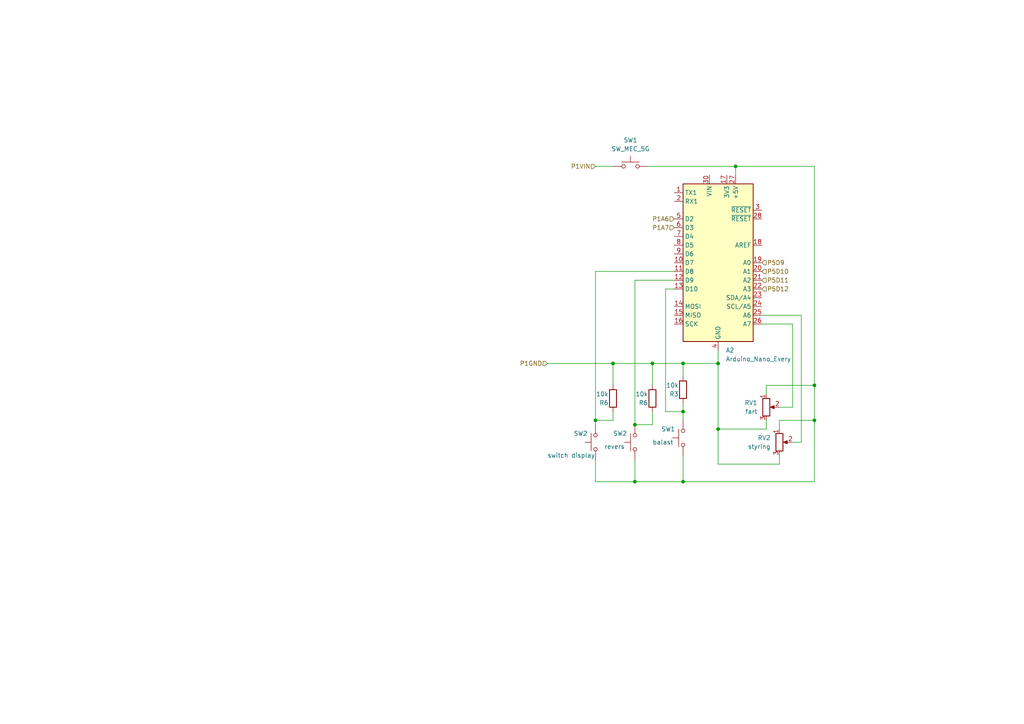
<source format=kicad_sch>
(kicad_sch (version 20230121) (generator eeschema)
  (paper "A4")
  (lib_symbols
    (symbol "Device:R" (pin_numbers hide) (pin_names (offset 0))
      (property "Reference" "R" (at 2.032 0 90))
      (property "Value" "R" (at 0 0 90))
      (symbol "R_0_1"
        (rectangle (start -1.016 -2.54) (end 1.016 2.54) (stroke (width 0.254)))
      )
      (symbol "R_1_1"
        (pin passive line (at 0 3.81 270) (length 1.27) (name "~") (number "1"))
        (pin passive line (at 0 -3.81 90) (length 1.27) (name "~") (number "2"))
      )
    )
    (symbol "Device:R_Potentiometer" (pin_names (offset 1.016) hide)
      (property "Reference" "RV" (at -4.445 0 90))
      (property "Value" "R_Potentiometer" (at -2.54 0 90))
      (symbol "R_Potentiometer_0_1"
        (polyline (pts (xy 2.54 0) (xy 1.524 0)))
        (polyline (pts (xy 1.143 0) (xy 2.286 0.508) (xy 2.286 -0.508) (xy 1.143 0)) (fill (type outline)))
        (rectangle (start 1.016 2.54) (end -1.016 -2.54) (stroke (width 0.254)))
      )
      (symbol "R_Potentiometer_1_1"
        (pin passive line (at 0 3.81 270) (length 1.27) (name "1") (number "1"))
        (pin passive line (at 3.81 0 180) (length 1.27) (name "2") (number "2"))
        (pin passive line (at 0 -3.81 90) (length 1.27) (name "3") (number "3"))
      )
    )
    (symbol "MCU_Module:Arduino_Nano_Every"
      (property "Reference" "A" (at -10.16 23.495 0))
      (property "Value" "Arduino_Nano_Every" (at 5.08 -24.13 0))
      (symbol "Arduino_Nano_Every_0_1"
        (rectangle (start -10.16 22.86) (end 10.16 -22.86) (stroke (width 0.254)) (fill (type background)))
      )
      (symbol "Arduino_Nano_Every_1_1"
        (pin bidirectional line (at -12.7 20.32 0) (length 2.54) (name "TX1") (number "1"))
        (pin bidirectional line (at -12.7 0 0) (length 2.54) (name "D7") (number "10"))
        (pin bidirectional line (at -12.7 -2.54 0) (length 2.54) (name "D8") (number "11"))
        (pin bidirectional line (at -12.7 -5.08 0) (length 2.54) (name "D9") (number "12"))
        (pin bidirectional line (at -12.7 -7.62 0) (length 2.54) (name "D10") (number "13"))
        (pin bidirectional line (at -12.7 -12.7 0) (length 2.54) (name "MOSI") (number "14"))
        (pin bidirectional line (at -12.7 -15.24 0) (length 2.54) (name "MISO") (number "15"))
        (pin bidirectional line (at -12.7 -17.78 0) (length 2.54) (name "SCK") (number "16"))
        (pin power_out line (at 2.54 25.4 270) (length 2.54) (name "3V3") (number "17"))
        (pin input line (at 12.7 5.08 180) (length 2.54) (name "AREF") (number "18"))
        (pin bidirectional line (at 12.7 0 180) (length 2.54) (name "A0") (number "19"))
        (pin bidirectional line (at -12.7 17.78 0) (length 2.54) (name "RX1") (number "2"))
        (pin bidirectional line (at 12.7 -2.54 180) (length 2.54) (name "A1") (number "20"))
        (pin bidirectional line (at 12.7 -5.08 180) (length 2.54) (name "A2") (number "21"))
        (pin bidirectional line (at 12.7 -7.62 180) (length 2.54) (name "A3") (number "22"))
        (pin bidirectional line (at 12.7 -10.16 180) (length 2.54) (name "SDA/A4") (number "23"))
        (pin bidirectional line (at 12.7 -12.7 180) (length 2.54) (name "SCL/A5") (number "24"))
        (pin bidirectional line (at 12.7 -15.24 180) (length 2.54) (name "A6") (number "25"))
        (pin bidirectional line (at 12.7 -17.78 180) (length 2.54) (name "A7") (number "26"))
        (pin power_out line (at 5.08 25.4 270) (length 2.54) (name "+5V") (number "27"))
        (pin input line (at 12.7 12.7 180) (length 2.54) (name "~{RESET}") (number "28"))
        (pin passive line (at 0 -25.4 90) (length 2.54) hide (name "GND") (number "29"))
        (pin input line (at 12.7 15.24 180) (length 2.54) (name "~{RESET}") (number "3"))
        (pin power_in line (at -2.54 25.4 270) (length 2.54) (name "VIN") (number "30"))
        (pin power_in line (at 0 -25.4 90) (length 2.54) (name "GND") (number "4"))
        (pin bidirectional line (at -12.7 12.7 0) (length 2.54) (name "D2") (number "5"))
        (pin bidirectional line (at -12.7 10.16 0) (length 2.54) (name "D3") (number "6"))
        (pin bidirectional line (at -12.7 7.62 0) (length 2.54) (name "D4") (number "7"))
        (pin bidirectional line (at -12.7 5.08 0) (length 2.54) (name "D5") (number "8"))
        (pin bidirectional line (at -12.7 2.54 0) (length 2.54) (name "D6") (number "9"))
      )
    )
    (symbol "Switch:SW_MEC_5G" (pin_numbers hide) (pin_names (offset 1.016) hide)
      (property "Reference" "SW" (at 1.27 2.54 0))
      (property "Value" "SW_MEC_5G" (at 0 -1.524 0))
      (symbol "SW_MEC_5G_0_1"
        (circle (center -2.032 0) (radius 0.508))
        (polyline (pts (xy 0 1.27) (xy 0 3.048)))
        (polyline (pts (xy 2.54 1.27) (xy -2.54 1.27)))
        (circle (center 2.032 0) (radius 0.508))
        (pin passive line (at -5.08 0 0) (length 2.54) (name "A") (number "1"))
        (pin passive line (at 5.08 0 180) (length 2.54) (name "B") (number "3"))
      )
      (symbol "SW_MEC_5G_1_1"
        (pin passive line (at -5.08 0 0) (length 2.54) hide (name "A") (number "2"))
        (pin passive line (at 5.08 0 180) (length 2.54) hide (name "B") (number "4"))
      )
    )
    (symbol "Switch:SW_Push" (pin_numbers hide) (pin_names (offset 1.016) hide)
      (property "Reference" "SW" (at 1.27 2.54 0))
      (property "Value" "SW_Push" (at 0 -1.524 0))
      (symbol "SW_Push_0_1"
        (circle (center -2.032 0) (radius 0.508))
        (polyline (pts (xy 0 1.27) (xy 0 3.048)))
        (polyline (pts (xy 2.54 1.27) (xy -2.54 1.27)))
        (circle (center 2.032 0) (radius 0.508))
        (pin passive line (at -5.08 0 0) (length 2.54) (name "1") (number "1"))
        (pin passive line (at 5.08 0 180) (length 2.54) (name "2") (number "2"))
      )
    )
  )
  (junction (at 236.22 121.92))
  (junction (at 177.8 105.41))
  (junction (at 208.28 105.41))
  (junction (at 208.28 124.46))
  (junction (at 172.72 121.92))
  (junction (at 198.12 119.38))
  (junction (at 213.36 48.26))
  (junction (at 236.22 111.76))
  (junction (at 198.12 139.7))
  (junction (at 198.12 105.41))
  (junction (at 184.15 123.19))
  (junction (at 184.15 139.7))
  (junction (at 189.23 105.41))
  (wire (pts (xy 158.75 105.41) (xy 177.8 105.41)))
  (wire (pts (xy 184.15 133.35) (xy 184.15 139.7)))
  (wire (pts (xy 177.8 105.41) (xy 177.8 111.76)))
  (wire (pts (xy 226.06 132.08) (xy 226.06 134.62)))
  (wire (pts (xy 226.06 134.62) (xy 208.28 134.62)))
  (wire (pts (xy 232.41 91.44) (xy 232.41 128.27)))
  (wire (pts (xy 172.72 139.7) (xy 184.15 139.7)))
  (wire (pts (xy 222.25 111.76) (xy 222.25 114.3)))
  (wire (pts (xy 226.06 121.92) (xy 226.06 124.46)))
  (wire (pts (xy 184.15 123.19) (xy 189.23 123.19)))
  (wire (pts (xy 189.23 119.38) (xy 189.23 123.19)))
  (wire (pts (xy 184.15 139.7) (xy 198.12 139.7)))
  (wire (pts (xy 177.8 121.92) (xy 172.72 121.92)))
  (wire (pts (xy 236.22 48.26) (xy 236.22 111.76)))
  (wire (pts (xy 220.98 91.44) (xy 232.41 91.44)))
  (wire (pts (xy 236.22 121.92) (xy 226.06 121.92)))
  (wire (pts (xy 198.12 121.92) (xy 198.12 119.38)))
  (wire (pts (xy 208.28 134.62) (xy 208.28 124.46)))
  (wire (pts (xy 172.72 133.35) (xy 172.72 139.7)))
  (wire (pts (xy 193.04 83.82) (xy 193.04 119.38)))
  (wire (pts (xy 177.8 119.38) (xy 177.8 121.92)))
  (wire (pts (xy 229.87 118.11) (xy 229.87 93.98)))
  (wire (pts (xy 213.36 48.26) (xy 236.22 48.26)))
  (wire (pts (xy 198.12 105.41) (xy 208.28 105.41)))
  (wire (pts (xy 198.12 132.08) (xy 198.12 139.7)))
  (wire (pts (xy 172.72 48.26) (xy 177.8 48.26)))
  (wire (pts (xy 184.15 81.28) (xy 184.15 123.19)))
  (wire (pts (xy 189.23 105.41) (xy 198.12 105.41)))
  (wire (pts (xy 213.36 48.26) (xy 213.36 50.8)))
  (wire (pts (xy 220.98 93.98) (xy 229.87 93.98)))
  (wire (pts (xy 195.58 78.74) (xy 172.72 78.74)))
  (wire (pts (xy 208.28 105.41) (xy 208.28 124.46)))
  (wire (pts (xy 222.25 124.46) (xy 208.28 124.46)))
  (wire (pts (xy 236.22 111.76) (xy 236.22 121.92)))
  (wire (pts (xy 195.58 83.82) (xy 193.04 83.82)))
  (wire (pts (xy 236.22 139.7) (xy 236.22 121.92)))
  (wire (pts (xy 229.87 128.27) (xy 232.41 128.27)))
  (wire (pts (xy 226.06 118.11) (xy 229.87 118.11)))
  (wire (pts (xy 198.12 139.7) (xy 236.22 139.7)))
  (wire (pts (xy 208.28 101.6) (xy 208.28 105.41)))
  (wire (pts (xy 236.22 111.76) (xy 222.25 111.76)))
  (wire (pts (xy 177.8 105.41) (xy 189.23 105.41)))
  (wire (pts (xy 189.23 105.41) (xy 189.23 111.76)))
  (wire (pts (xy 187.96 48.26) (xy 213.36 48.26)))
  (wire (pts (xy 172.72 78.74) (xy 172.72 121.92)))
  (wire (pts (xy 198.12 116.84) (xy 198.12 119.38)))
  (wire (pts (xy 193.04 119.38) (xy 198.12 119.38)))
  (wire (pts (xy 198.12 105.41) (xy 198.12 109.22)))
  (wire (pts (xy 222.25 121.92) (xy 222.25 124.46)))
  (wire (pts (xy 184.15 81.28) (xy 195.58 81.28)))
  (wire (pts (xy 172.72 121.92) (xy 172.72 123.19)))
  (hierarchical_label "P1GND" (shape input) (at 158.75 105.41 180))
  (hierarchical_label "P1A7" (shape input) (at 195.58 66.04 180))
  (hierarchical_label "P5D10" (shape input) (at 220.98 78.74 0))
  (hierarchical_label "P5D11" (shape input) (at 220.98 81.28 0))
  (hierarchical_label "P1VIN" (shape input) (at 172.72 48.26 180))
  (hierarchical_label "P1A6" (shape input) (at 195.58 63.5 180))
  (hierarchical_label "P5D12" (shape input) (at 220.98 83.82 0))
  (hierarchical_label "P5D9" (shape input) (at 220.98 76.2 0))
  (symbol (lib_id "Device:R") (at 189.23 115.57 180) (unit 1)
    (property "Reference" "R6" (at 187.96 116.84 0) (effects (justify left)))
    (property "Value" "10k" (at 187.96 114.3 0) (effects (justify left)))
    (instances (project "submarine" (path "" (reference "R6") (unit 1)) (path "" (reference "R7") (unit 1))))
  )
  (symbol (lib_id "Device:R") (at 198.12 113.03 180) (unit 1)
    (property "Reference" "R3" (at 196.85 114.3 0) (effects (justify left)))
    (property "Value" "10k" (at 196.85 111.76 0) (effects (justify left)))
    (instances (project "submarine" (path "" (reference "R3") (unit 1)) (path "" (reference "R8") (unit 1))))
  )
  (symbol (lib_id "Switch:SW_Push") (at 184.15 128.27 90) (unit 1)
    (property "Reference" "SW2" (at 177.8 125.73 90) (effects (justify right)))
    (property "Value" "revers" (at 175.26 129.54 90) (effects (justify right)))
    (instances (project "submarine" (path "" (reference "SW2") (unit 1)) (path "" (reference "SW3") (unit 1))))
  )
  (symbol (lib_id "Switch:SW_Push") (at 172.72 128.27 90) (unit 1)
    (property "Reference" "SW2" (at 166.37 125.73 90) (effects (justify right)))
    (property "Value" "switch display" (at 158.75 132.08 90) (effects (justify right)))
    (instances (project "submarine" (path "" (reference "SW2") (unit 1)) (path "" (reference "SW5") (unit 1))))
  )
  (symbol (lib_id "MCU_Module:Arduino_Nano_Every") (at 208.28 76.2 0) (unit 1)
    (property "Reference" "A2" (at 210.4741 101.6 0) (effects (justify left)))
    (property "Value" "Arduino_Nano_Every" (at 210.4741 104.14 0) (effects (justify left)))
    (property "Footprint" "Module:Arduino_Nano" (effects hide))
    (property "Datasheet" "https://content.arduino.cc/assets/NANOEveryV3.0_sch.pdf" (effects hide))
  )
  (symbol (lib_id "Switch:SW_Push") (at 198.12 127 90) (unit 1)
    (property "Reference" "SW1" (at 191.77 124.46 90) (effects (justify right)))
    (property "Value" "balast" (at 189.23 128.27 90) (effects (justify right)))
    (instances (project "submarine" (path "" (reference "SW1") (unit 1)) (path "" (reference "SW4") (unit 1))))
  )
  (symbol (lib_id "Device:R_Potentiometer") (at 222.25 118.11 0) (unit 1)
    (property "Reference" "RV1" (at 219.71 116.84 0) (effects (justify right)))
    (property "Value" "fart" (at 219.71 119.38 0) (effects (justify right)))
    (instances (project "submarine" (path "" (reference "RV1") (unit 1)) (path "" (reference "RV3") (unit 1))))
  )
  (symbol (lib_id "Device:R_Potentiometer") (at 226.06 128.27 0) (unit 1)
    (property "Reference" "RV2" (at 223.52 127 0) (effects (justify right)))
    (property "Value" "styring" (at 223.52 129.54 0) (effects (justify right)))
    (instances (project "submarine" (path "" (reference "RV2") (unit 1)) (path "" (reference "RV4") (unit 1))))
  )
  (symbol (lib_id "Device:R") (at 177.8 115.57 180) (unit 1)
    (property "Reference" "R6" (at 176.53 116.84 0) (effects (justify left)))
    (property "Value" "10k" (at 176.53 114.3 0) (effects (justify left)))
    (instances (project "submarine" (path "" (reference "R6") (unit 1)) (path "" (reference "R9") (unit 1))))
  )
  (symbol (lib_id "Switch:SW_MEC_5G") (at 182.88 48.26 0) (unit 1)
    (property "Reference" "SW1" (at 182.88 40.64 0))
    (property "Value" "SW_MEC_5G" (at 182.88 43.18 0))
    (property "Datasheet" "http://www.apem.com/int/index.php?controller=attachment&id_attachment=488" (effects hide))
  )
)
</source>
